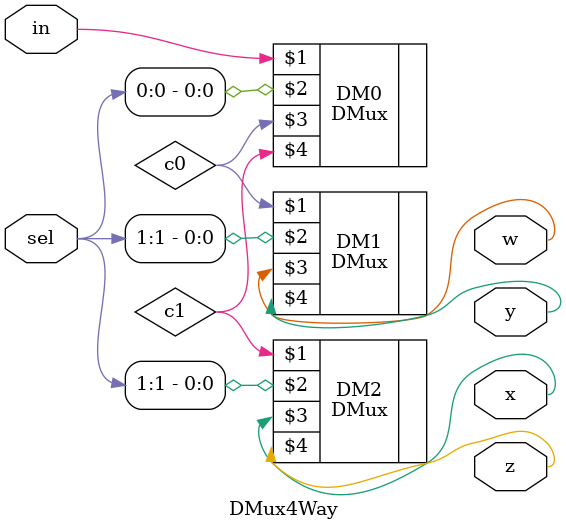
<source format=v>
`timescale 1ns / 1ps
module DMux4Way(
    input in,
    input [1:0] sel,
    output w,
    output x,
    output y,
    output z
    );
	 
	 wire c0, c1;
	 
	 DMux DM0 (in, sel[0], c0, c1);
	 
	 DMux DM1 (c0, sel[1], w, y);
	 DMux DM2 (c1, sel[1], x, z);

	 


endmodule

</source>
